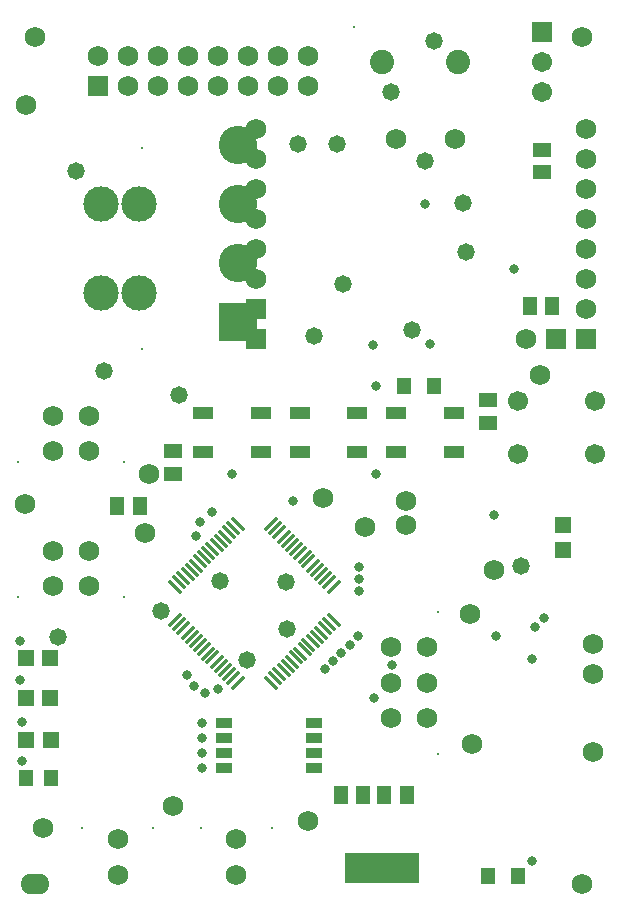
<source format=gts>
%FSTAX23Y23*%
%MOIN*%
%SFA1B1*%

%IPPOS*%
%AMD21*
4,1,4,-0.025700,0.017400,0.017400,-0.025700,0.025700,-0.017400,-0.017400,0.025700,-0.025700,0.017400,0.0*
%
%AMD22*
4,1,4,0.017400,0.025700,-0.025700,-0.017400,-0.017400,-0.025700,0.025700,0.017400,0.017400,0.025700,0.0*
%
G04~CAMADD=21~9~0.0~0.0~610.2~118.1~0.0~0.0~0~0.0~0.0~0.0~0.0~0~0.0~0.0~0.0~0.0~0~0.0~0.0~0.0~135.0~514.0~513.0*
%ADD21D21*%
G04~CAMADD=22~9~0.0~0.0~610.2~118.1~0.0~0.0~0~0.0~0.0~0.0~0.0~0~0.0~0.0~0.0~0.0~0~0.0~0.0~0.0~45.0~514.0~513.0*
%ADD22D22*%
%ADD26R,0.250000X0.100000*%
%ADD27R,0.049340X0.063120*%
%ADD28R,0.063120X0.049340*%
%ADD29R,0.067060X0.043430*%
%ADD30R,0.058000X0.037920*%
%ADD31R,0.055240X0.055240*%
%ADD32R,0.051310X0.055240*%
%ADD33R,0.051310X0.057210*%
%ADD34R,0.055240X0.055240*%
%ADD35R,0.046000X0.046000*%
%ADD36C,0.046000*%
%ADD37C,0.068000*%
%ADD38O,0.097000X0.068000*%
%ADD39C,0.008000*%
%ADD40C,0.117840*%
%ADD41C,0.066980*%
%ADD42C,0.080830*%
%ADD43C,0.067060*%
%ADD44R,0.067060X0.067060*%
%ADD45R,0.128000X0.128000*%
%ADD46C,0.128000*%
%ADD47R,0.068000X0.068000*%
%ADD48C,0.069020*%
%ADD49R,0.069020X0.069020*%
%ADD50C,0.058000*%
%ADD51C,0.033000*%
%LNmotor_unit_rev_3-1*%
%LPD*%
G54D21*
X00555Y0108D03*
X00569Y01094D03*
X00583Y01108D03*
X00597Y01122D03*
X00611Y01136D03*
X00625Y0115D03*
X00639Y01164D03*
X00652Y01178D03*
X00666Y01192D03*
X0068Y01205D03*
X00694Y01219D03*
X00708Y01233D03*
X00722Y01247D03*
X00736Y01261D03*
X0075Y01275D03*
X00764Y01289D03*
X01084Y00969D03*
X0107Y00955D03*
X01056Y00941D03*
X01042Y00927D03*
X01028Y00913D03*
X01014Y00899D03*
X01Y00885D03*
X00987Y00871D03*
X00973Y00857D03*
X00959Y00844D03*
X00945Y0083D03*
X00931Y00816D03*
X00917Y00802D03*
X00903Y00788D03*
X00889Y00774D03*
X00875Y0076D03*
G54D22*
X00875Y01289D03*
X00889Y01275D03*
X00903Y01261D03*
X00917Y01247D03*
X00931Y01233D03*
X00945Y01219D03*
X00959Y01205D03*
X00973Y01192D03*
X00987Y01178D03*
X01Y01164D03*
X01014Y0115D03*
X01028Y01136D03*
X01042Y01122D03*
X01056Y01108D03*
X0107Y01094D03*
X01084Y0108D03*
X00764Y0076D03*
X0075Y00774D03*
X00736Y00788D03*
X00722Y00802D03*
X00708Y00816D03*
X00694Y0083D03*
X0068Y00844D03*
X00666Y00857D03*
X00652Y00871D03*
X00639Y00885D03*
X00625Y00899D03*
X00611Y00913D03*
X00597Y00927D03*
X00583Y00941D03*
X00569Y00955D03*
X00555Y00969D03*
G54D26*
X01245Y00142D03*
G54D27*
X01327Y00385D03*
X01252D03*
X01182D03*
X01107D03*
X00362Y0135D03*
X00437D03*
X01812Y02015D03*
X01737D03*
G54D28*
X0178Y02462D03*
Y02537D03*
X016Y01702D03*
Y01627D03*
X0055Y01457D03*
Y01532D03*
G54D29*
X00841Y0153D03*
Y01659D03*
X00648D03*
Y0153D03*
X01163D03*
Y01659D03*
X00971D03*
Y0153D03*
X01486D03*
Y01659D03*
X01293D03*
Y0153D03*
G54D30*
X0102Y00625D03*
Y00575D03*
Y00525D03*
Y00475D03*
X0072D03*
Y00525D03*
Y00575D03*
Y00625D03*
G54D31*
X0185Y01286D03*
Y01203D03*
G54D32*
X0006Y00443D03*
X00143D03*
G54D33*
X0132Y0175D03*
X01419D03*
X01698Y00115D03*
X016D03*
G54D34*
X00057Y00843D03*
X0014D03*
X00057Y0071D03*
X0014D03*
X00058Y0057D03*
X00141D03*
G54D35*
X01145Y00117D03*
G54D36*
X01145Y00167D03*
X01195Y00117D03*
Y00167D03*
X01245Y00117D03*
Y00167D03*
X01295Y00117D03*
Y00167D03*
X01345Y00117D03*
Y00167D03*
G54D37*
X0195Y0053D03*
Y0079D03*
Y0089D03*
X0006Y02685D03*
X0119Y0128D03*
X00115Y00275D03*
X0047Y01455D03*
X00365Y00238D03*
Y0012D03*
X0105Y01375D03*
X00268Y0165D03*
Y01532D03*
X0015Y0165D03*
Y01532D03*
X01395Y00641D03*
X01276D03*
X01395Y0076D03*
X01276D03*
Y00878D03*
X01395D03*
X00268Y012D03*
Y01081D03*
X0015Y012D03*
Y01081D03*
X01545Y00555D03*
X0154Y0099D03*
X00055Y01355D03*
X01911Y02911D03*
Y00089D03*
X00089Y02911D03*
X01325Y01365D03*
Y01285D03*
X0076Y0012D03*
Y00238D03*
X00455Y0126D03*
X01293Y02571D03*
X0149D03*
X01725Y01906D03*
X01925Y02006D03*
Y02106D03*
Y02206D03*
Y02306D03*
Y02406D03*
Y02506D03*
Y02606D03*
X00825D03*
Y02506D03*
Y02406D03*
Y02306D03*
Y02206D03*
Y02106D03*
X01Y003D03*
X0055Y0035D03*
X01773Y01785D03*
X0162Y01135D03*
G54D38*
X00089Y00089D03*
G54D39*
X00483Y00275D03*
X00246D03*
X00444Y01873D03*
Y02542D03*
X00386Y01495D03*
X00031D03*
X01432Y00523D03*
Y00996D03*
X00386Y01044D03*
X00031D03*
X01151Y02944D03*
X00641Y00275D03*
X00878D03*
G54D40*
X00435Y02355D03*
X00309D03*
X00435Y0206D03*
X00309D03*
G54D41*
X017Y017D03*
X01955D03*
X017Y01522D03*
X01955D03*
G54D42*
X015Y0283D03*
X01244D03*
G54D43*
X0178Y0273D03*
Y0283D03*
G54D44*
X0178Y0293D03*
G54D45*
X00765Y01961D03*
G54D46*
X00765Y02158D03*
Y02355D03*
Y02552D03*
G54D47*
X01825Y01906D03*
X01925D03*
X00825Y02006D03*
Y01906D03*
G54D48*
X01Y0275D03*
X009D03*
X008D03*
X007D03*
X006D03*
X005D03*
X004D03*
X01Y0285D03*
X009D03*
X008D03*
X007D03*
X006D03*
X005D03*
X004D03*
X003D03*
G54D49*
X003Y0275D03*
G54D50*
X0032Y018D03*
X00225Y02465D03*
X0142Y029D03*
X0139Y025D03*
X01515Y0236D03*
X0102Y01915D03*
X01276Y0273D03*
X01095Y02555D03*
X00965D03*
X00569Y0172D03*
X00507Y01D03*
X01345Y01935D03*
X00795Y00835D03*
X00705Y011D03*
X0171Y0115D03*
X0093Y0094D03*
X00165Y00913D03*
X00925Y01095D03*
X01115Y0209D03*
X01525Y02195D03*
G54D51*
X00745Y01455D03*
X01225Y0175D03*
Y01455D03*
X0095Y01367D03*
X007Y0074D03*
X0128Y0082D03*
X01755Y00945D03*
X00655Y00725D03*
X0122Y0071D03*
X01745Y0084D03*
X01165Y00914D03*
X00645Y00474D03*
Y00524D03*
Y00574D03*
X00645Y00625D03*
X0004Y009D03*
X01785Y00975D03*
X0004Y0077D03*
X00045Y0063D03*
X01745Y00165D03*
X01685Y02139D03*
X00045Y005D03*
X01625Y00917D03*
X0117Y01105D03*
X00594Y00785D03*
X0062Y0075D03*
X0162Y0132D03*
X0117Y01145D03*
X0139Y02355D03*
X00625Y0125D03*
X0064Y01295D03*
X0068Y0133D03*
X0117Y01065D03*
X01137Y00887D03*
X0111Y0086D03*
X01082Y00832D03*
X01055Y00805D03*
X01405Y0189D03*
X01215Y01885D03*
M02*
</source>
